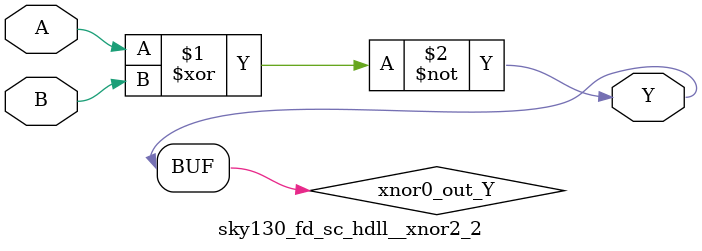
<source format=v>
/*
 * Copyright 2020 The SkyWater PDK Authors
 *
 * Licensed under the Apache License, Version 2.0 (the "License");
 * you may not use this file except in compliance with the License.
 * You may obtain a copy of the License at
 *
 *     https://www.apache.org/licenses/LICENSE-2.0
 *
 * Unless required by applicable law or agreed to in writing, software
 * distributed under the License is distributed on an "AS IS" BASIS,
 * WITHOUT WARRANTIES OR CONDITIONS OF ANY KIND, either express or implied.
 * See the License for the specific language governing permissions and
 * limitations under the License.
 *
 * SPDX-License-Identifier: Apache-2.0
*/


`ifndef SKY130_FD_SC_HDLL__XNOR2_2_FUNCTIONAL_V
`define SKY130_FD_SC_HDLL__XNOR2_2_FUNCTIONAL_V

/**
 * xnor2: 2-input exclusive NOR.
 *
 *        Y = !(A ^ B)
 *
 * Verilog simulation functional model.
 */

`timescale 1ns / 1ps
`default_nettype none

`celldefine
module sky130_fd_sc_hdll__xnor2_2 (
    Y,
    A,
    B
);

    // Module ports
    output Y;
    input  A;
    input  B;

    // Local signals
    wire xnor0_out_Y;

    //   Name   Output       Other arguments
    xnor xnor0 (xnor0_out_Y, A, B           );
    buf  buf0  (Y          , xnor0_out_Y    );

endmodule
`endcelldefine

`default_nettype wire
`endif  // SKY130_FD_SC_HDLL__XNOR2_2_FUNCTIONAL_V

</source>
